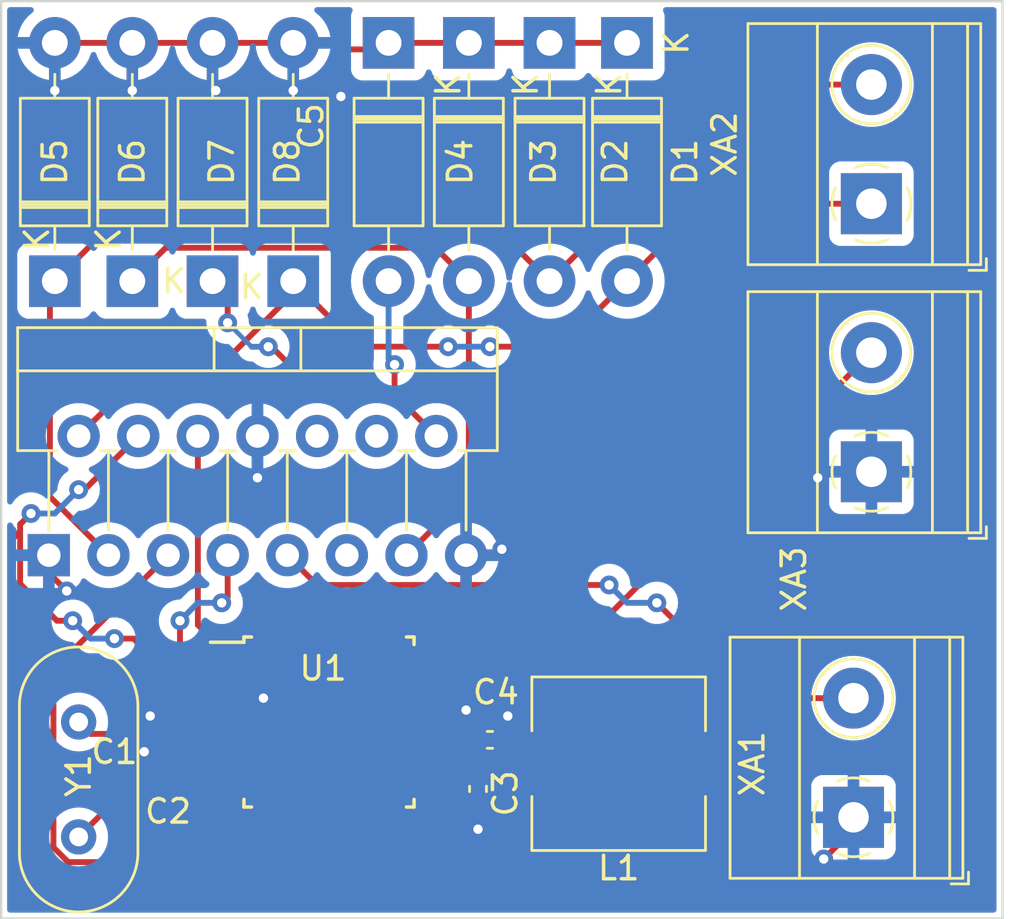
<source format=kicad_pcb>
(kicad_pcb (version 20230410) (generator pcbnew)
  (layers (0 "F.Cu" signal) (31 "B.Cu" signal) (34 "B.Paste" user) (35 "F.Paste" user) (36 "B.SilkS" user "B.Silkscreen") (37 "F.SilkS" user "F.Silkscreen") (38 "B.Mask" user) (39 "F.Mask" user) (44 "Edge.Cuts" user))
  (net 0 "")
  (net 1 "/XTAL1")
  (net 2 "GND")
  (net 3 "/XTAL2")
  (net 4 "Net-(U1-AVCC)")
  (net 5 "Net-(U1-AREF)")
  (net 6 "/+5V")
  (net 7 "/OUT1")
  (net 8 "/OUT2")
  (net 9 "Net-(D3-A)")
  (net 10 "Net-(D4-A)")
  (net 11 "/IN1")
  (net 12 "/IN2")
  (net 13 "/ENA")
  (net 33 "/+12V")
  (net 37 "Net-(U1-PC0)")
  (footprint "Diode_THT:D_DO-41_SOD81_P10.16mm_Horizontal" (layer "F.Cu") (at 145.034 67.056 90)
    (fp_text reference "D5" (at 5.08 0 -90) (layer "F.SilkS"))
    (fp_text value "1N4001")
    (fp_line (start 7.8 -1.47) (end 2.36 -1.47) (stroke (width 0.12)) (layer "F.SilkS"))
    (fp_line (start 3.38 -1.47) (end 3.38 1.47) (stroke (width 0.12)) (layer "F.SilkS"))
    (fp_line (start 3.26 -1.47) (end 3.26 1.47) (stroke (width 0.12)) (layer "F.SilkS"))
    (fp_line (start 3.14 -1.47) (end 3.14 1.47) (stroke (width 0.12)) (layer "F.SilkS"))
    (fp_line (start 2.36 -1.47) (end 2.36 1.47) (stroke (width 0.12)) (layer "F.SilkS"))
    (fp_line (start 8.82 0) (end 7.8 0) (stroke (width 0.12)) (layer "F.SilkS"))
    (fp_line (start 1.34 0) (end 2.36 0) (stroke (width 0.12)) (layer "F.SilkS"))
    (fp_line (start 7.8 1.47) (end 7.8 -1.47) (stroke (width 0.12)) (layer "F.SilkS"))
    (fp_line (start 2.36 1.47) (end 7.8 1.47) (stroke (width 0.12)) (layer "F.SilkS"))
    (fp_text user "K" (at 1.778 -0.762 -90) (layer "F.SilkS"))
    (pad "1" thru_hole rect (at 0 0 90) (size 2.2 2.2) (drill 1.1) (layers "*.Cu" "*.Mask") (net 8 "/OUT2"))
    (pad "2" thru_hole oval (at 10.16 0 90) (size 2.2 2.2) (drill 1.1) (layers "*.Cu" "*.Mask") (net 2 "GND"))
  )
  (footprint "Capacitor_SMD:C_0201_0603Metric_Pad0.64x0.40mm_HandSolder" (layer "F.Cu") (at 157.226 57.5825 90)
    (fp_text reference "C5" (at -2.8695 -1.27 -90) (layer "F.SilkS"))
    (fp_text value "22pF")
    (pad "1" smd roundrect (at -0.4075 0 90) (size 0.635 0.4) (layers "F.Cu" "F.Mask") (net 2 "GND"))
    (pad "2" smd roundrect (at 0.4075 0 90) (size 0.635 0.4) (layers "F.Cu" "F.Mask") (net 6 "/+5V"))
  )
  (footprint "Capacitor_SMD:C_0201_0603Metric_Pad0.64x0.40mm_HandSolder" (layer "F.Cu") (at 150.114 88.0625 90)
    (fp_text reference "C2" (at -1.5995 -0.254) (layer "F.SilkS"))
    (fp_text value "22pF")
    (pad "1" smd roundrect (at -0.4075 0 90) (size 0.635 0.4) (layers "F.Cu" "F.Mask") (net 3 "/XTAL2"))
    (pad "2" smd roundrect (at 0.4075 0 90) (size 0.635 0.4) (layers "F.Cu" "F.Mask") (net 2 "GND"))
  )
  (footprint "Diode_THT:D_DO-41_SOD81_P10.16mm_Horizontal" (layer "F.Cu") (at 166.116 56.896 -90)
    (fp_text reference "D2" (at 5.08 -2.794 90) (layer "F.SilkS"))
    (fp_text value "1N4001")
    (fp_line (start 2.36 1.47) (end 7.8 1.47) (stroke (width 0.12)) (layer "F.SilkS"))
    (fp_line (start 7.8 1.47) (end 7.8 -1.47) (stroke (width 0.12)) (layer "F.SilkS"))
    (fp_line (start 1.34 0) (end 2.36 0) (stroke (width 0.12)) (layer "F.SilkS"))
    (fp_line (start 8.82 0) (end 7.8 0) (stroke (width 0.12)) (layer "F.SilkS"))
    (fp_line (start 2.36 -1.47) (end 2.36 1.47) (stroke (width 0.12)) (layer "F.SilkS"))
    (fp_line (start 3.14 -1.47) (end 3.14 1.47) (stroke (width 0.12)) (layer "F.SilkS"))
    (fp_line (start 3.26 -1.47) (end 3.26 1.47) (stroke (width 0.12)) (layer "F.SilkS"))
    (fp_line (start 3.38 -1.47) (end 3.38 1.47) (stroke (width 0.12)) (layer "F.SilkS"))
    (fp_line (start 7.8 -1.47) (end 2.36 -1.47) (stroke (width 0.12)) (layer "F.SilkS"))
    (fp_text user "K" (at 1.778 -2.54 90) (layer "F.SilkS"))
    (pad "1" thru_hole rect (at 0 0 270) (size 2.2 2.2) (drill 1.1) (layers "*.Cu" "*.Mask") (net 6 "/+5V"))
    (pad "2" thru_hole oval (at 10.16 0 270) (size 2.2 2.2) (drill 1.1) (layers "*.Cu" "*.Mask") (net 8 "/OUT2"))
  )
  (footprint "Diode_THT:D_DO-41_SOD81_P10.16mm_Horizontal" (layer "F.Cu") (at 151.756 67.056 90)
    (fp_text reference "D7" (at 5.08 0.39 -90) (layer "F.SilkS"))
    (fp_text value "1N4001")
    (fp_line (start 7.8 -1.47) (end 2.36 -1.47) (stroke (width 0.12)) (layer "F.SilkS"))
    (fp_line (start 3.38 -1.47) (end 3.38 1.47) (stroke (width 0.12)) (layer "F.SilkS"))
    (fp_line (start 3.26 -1.47) (end 3.26 1.47) (stroke (width 0.12)) (layer "F.SilkS"))
    (fp_line (start 3.14 -1.47) (end 3.14 1.47) (stroke (width 0.12)) (layer "F.SilkS"))
    (fp_line (start 2.36 -1.47) (end 2.36 1.47) (stroke (width 0.12)) (layer "F.SilkS"))
    (fp_line (start 8.82 0) (end 7.8 0) (stroke (width 0.12)) (layer "F.SilkS"))
    (fp_line (start 1.34 0) (end 2.36 0) (stroke (width 0.12)) (layer "F.SilkS"))
    (fp_line (start 7.8 1.47) (end 7.8 -1.47) (stroke (width 0.12)) (layer "F.SilkS"))
    (fp_line (start 2.36 1.47) (end 7.8 1.47) (stroke (width 0.12)) (layer "F.SilkS"))
    (fp_text user "K" (at 0 -1.642) (layer "F.SilkS"))
    (pad "1" thru_hole rect (at 0 0 90) (size 2.2 2.2) (drill 1.1) (layers "*.Cu" "*.Mask") (net 10 "Net-(D4-A)"))
    (pad "2" thru_hole oval (at 10.16 0 90) (size 2.2 2.2) (drill 1.1) (layers "*.Cu" "*.Mask") (net 2 "GND"))
  )
  (footprint "Capacitor_SMD:C_0402_1005Metric_Pad0.74x0.62mm_HandSolder" (layer "F.Cu") (at 163.576 86.614)
    (fp_text reference "C4" (at 0.254 -2.032) (layer "F.SilkS"))
    (fp_text value "100nF")
    (fp_line (start -0.115835 -0.36) (end 0.115835 -0.36) (stroke (width 0.12)) (layer "F.SilkS"))
    (fp_line (start -0.115835 0.36) (end 0.115835 0.36) (stroke (width 0.12)) (layer "F.SilkS"))
    (pad "1" smd roundrect (at -0.5675 0) (size 0.735 0.62) (layers "F.Cu" "F.Paste" "F.Mask") (net 5 "Net-(U1-AREF)"))
    (pad "2" smd roundrect (at 0.5675 0) (size 0.735 0.62) (layers "F.Cu" "F.Paste" "F.Mask") (net 2 "GND"))
  )
  (footprint "Capacitor_SMD:C_0201_0603Metric_Pad0.64x0.40mm_HandSolder" (layer "F.Cu") (at 150.114 86.106 90)
    (fp_text reference "C1" (at -1.016 -2.54) (layer "F.SilkS"))
    (fp_text value "22pF")
    (pad "1" smd roundrect (at -0.4075 0 90) (size 0.635 0.4) (layers "F.Cu" "F.Mask") (net 1 "/XTAL1"))
    (pad "2" smd roundrect (at 0.4075 0 90) (size 0.635 0.4) (layers "F.Cu" "F.Mask") (net 2 "GND"))
  )
  (footprint "Crystal:Crystal_HC18-U_Vertical" (layer "F.Cu") (at 146.05 90.752 90)
    (fp_text reference "Y1" (at 2.614 0 -90) (layer "F.SilkS"))
    (fp_text value "16MHz")
    (fp_line (start -0.675 -2.525) (end 5.575 -2.525) (stroke (width 0.12)) (layer "F.SilkS"))
    (fp_line (start -0.675 2.525) (end 5.575 2.525) (stroke (width 0.12)) (layer "F.SilkS"))
    (fp_arc (start 5.575 -2.525) (mid 8.1 0) (end 5.575 2.525) (stroke (width 0.12)) (layer "F.SilkS"))
    (fp_arc (start -0.675 2.525) (mid -3.2 0) (end -0.675 -2.525) (stroke (width 0.12)) (layer "F.SilkS"))
    (pad "1" thru_hole circle (at 0 0 90) (size 1.5 1.5) (drill 0.8) (layers "*.Cu" "*.Mask") (net 3 "/XTAL2"))
    (pad "2" thru_hole circle (at 4.9 0 90) (size 1.5 1.5) (drill 0.8) (layers "*.Cu" "*.Mask") (net 1 "/XTAL1"))
  )
  (footprint "TerminalBlock_Phoenix:TerminalBlock_Phoenix_MKDS-1,5-2-5.08_1x02_P5.08mm_Horizontal" (layer "F.Cu") (at 179.832 63.754 90)
    (fp_text reference "XA2" (at 2.54 -6.26 -90) (layer "F.SilkS"))
    (fp_text value "1985823")
    (fp_line (start 7.68 -5.261) (end 7.68 4.66) (stroke (width 0.12)) (layer "F.SilkS"))
    (fp_line (start -2.6 -5.261) (end 7.68 -5.261) (stroke (width 0.12)) (layer "F.SilkS"))
    (fp_line (start -2.6 -5.261) (end -2.6 4.66) (stroke (width 0.12)) (layer "F.SilkS"))
    (fp_line (start -2.6 -2.301) (end 7.68 -2.301) (stroke (width 0.12)) (layer "F.SilkS"))
    (fp_line (start 6.15 -1.275) (end 6.115 -1.239) (stroke (width 0.12)) (layer "F.SilkS"))
    (fp_line (start 6.355 -1.069) (end 6.308 -1.023) (stroke (width 0.12)) (layer "F.SilkS"))
    (fp_line (start 3.853 1.023) (end 3.806 1.069) (stroke (width 0.12)) (layer "F.SilkS"))
    (fp_line (start 4.046 1.239) (end 4.011 1.274) (stroke (width 0.12)) (layer "F.SilkS"))
    (fp_line (start -2.6 2.6) (end 7.68 2.6) (stroke (width 0.12)) (layer "F.SilkS"))
    (fp_line (start -2.6 4.1) (end 7.68 4.1) (stroke (width 0.12)) (layer "F.SilkS"))
    (fp_line (start -2.84 4.16) (end -2.84 4.9) (stroke (width 0.12)) (layer "F.SilkS"))
    (fp_line (start -2.6 4.66) (end 7.68 4.66) (stroke (width 0.12)) (layer "F.SilkS"))
    (fp_line (start -2.84 4.9) (end -2.34 4.9) (stroke (width 0.12)) (layer "F.SilkS"))
    (fp_arc (start -0.683042 -1.535427) (mid 0.000524 -1.680501) (end 0.684 -1.535) (stroke (width 0.12)) (layer "F.SilkS"))
    (fp_arc (start 1.535427 -0.683042) (mid 1.680501 0.000524) (end 1.535 0.684) (stroke (width 0.12)) (layer "F.SilkS"))
    (fp_arc (start -1.535427 0.683042) (mid -1.680501 -0.000524) (end -1.535 -0.684) (stroke (width 0.12)) (layer "F.SilkS"))
    (fp_arc (start 0.683318 1.534756) (mid 0.349292 1.643288) (end 0 1.68) (stroke (width 0.12)) (layer "F.SilkS"))
    (fp_arc (start 0.028805 1.680253) (mid -0.335551 1.646659) (end -0.684 1.535) (stroke (width 0.12)) (layer "F.SilkS"))
    (fp_circle (center 5.08 0) (end 6.76 0) (stroke (width 0.12)) (fill none) (layer "F.SilkS"))
    (pad "1" thru_hole rect (at 0 0 90) (size 2.6 2.6) (drill 1.3) (layers "*.Cu" "*.Mask") (net 7 "/OUT1"))
    (pad "2" thru_hole circle (at 5.08 0 90) (size 2.6 2.6) (drill 1.3) (layers "*.Cu" "*.Mask") (net 8 "/OUT2"))
  )
  (footprint "Diode_THT:D_DO-41_SOD81_P10.16mm_Horizontal" (layer "F.Cu") (at 169.418 56.896 -90)
    (fp_text reference "D1" (at 5.08 -2.47 90) (layer "F.SilkS"))
    (fp_text value "1N4001")
    (fp_line (start 2.36 1.47) (end 7.8 1.47) (stroke (width 0.12)) (layer "F.SilkS"))
    (fp_line (start 7.8 1.47) (end 7.8 -1.47) (stroke (width 0.12)) (layer "F.SilkS"))
    (fp_line (start 1.34 0) (end 2.36 0) (stroke (width 0.12)) (layer "F.SilkS"))
    (fp_line (start 8.82 0) (end 7.8 0) (stroke (width 0.12)) (layer "F.SilkS"))
    (fp_line (start 2.36 -1.47) (end 2.36 1.47) (stroke (width 0.12)) (layer "F.SilkS"))
    (fp_line (start 3.14 -1.47) (end 3.14 1.47) (stroke (width 0.12)) (layer "F.SilkS"))
    (fp_line (start 3.26 -1.47) (end 3.26 1.47) (stroke (width 0.12)) (layer "F.SilkS"))
    (fp_line (start 3.38 -1.47) (end 3.38 1.47) (stroke (width 0.12)) (layer "F.SilkS"))
    (fp_line (start 7.8 -1.47) (end 2.36 -1.47) (stroke (width 0.12)) (layer "F.SilkS"))
    (fp_text user "K" (at 0 -2.1 90) (layer "F.SilkS"))
    (pad "1" thru_hole rect (at 0 0 270) (size 2.2 2.2) (drill 1.1) (layers "*.Cu" "*.Mask") (net 6 "/+5V"))
    (pad "2" thru_hole oval (at 10.16 0 270) (size 2.2 2.2) (drill 1.1) (layers "*.Cu" "*.Mask") (net 7 "/OUT1"))
  )
  (footprint "Diode_THT:D_DO-41_SOD81_P10.16mm_Horizontal" (layer "F.Cu") (at 148.336 67.056 90)
    (fp_text reference "D6" (at 5.08 0 -90) (layer "F.SilkS"))
    (fp_text value "1N4001")
    (fp_line (start 7.8 -1.47) (end 2.36 -1.47) (stroke (width 0.12)) (layer "F.SilkS"))
    (fp_line (start 3.38 -1.47) (end 3.38 1.47) (stroke (width 0.12)) (layer "F.SilkS"))
    (fp_line (start 3.26 -1.47) (end 3.26 1.47) (stroke (width 0.12)) (layer "F.SilkS"))
    (fp_line (start 3.14 -1.47) (end 3.14 1.47) (stroke (width 0.12)) (layer "F.SilkS"))
    (fp_line (start 2.36 -1.47) (end 2.36 1.47) (stroke (width 0.12)) (layer "F.SilkS"))
    (fp_line (start 8.82 0) (end 7.8 0) (stroke (width 0.12)) (layer "F.SilkS"))
    (fp_line (start 1.34 0) (end 2.36 0) (stroke (width 0.12)) (layer "F.SilkS"))
    (fp_line (start 7.8 1.47) (end 7.8 -1.47) (stroke (width 0.12)) (layer "F.SilkS"))
    (fp_line (start 2.36 1.47) (end 7.8 1.47) (stroke (width 0.12)) (layer "F.SilkS"))
    (fp_text user "K" (at 1.778 -1.016 -90) (layer "F.SilkS"))
    (pad "1" thru_hole rect (at 0 0 90) (size 2.2 2.2) (drill 1.1) (layers "*.Cu" "*.Mask") (net 9 "Net-(D3-A)"))
    (pad "2" thru_hole oval (at 10.16 0 90) (size 2.2 2.2) (drill 1.1) (layers "*.Cu" "*.Mask") (net 2 "GND"))
  )
  (footprint "Inductor_SMD:L_7.3x7.3_H4.5" (layer "F.Cu") (at 169.062 87.63 180)
    (fp_text reference "L1" (at 0 -4.45 -180) (layer "F.SilkS"))
    (fp_text value "100nH")
    (fp_line (start 3.7 3.7) (end -3.7 3.7) (stroke (width 0.12)) (layer "F.SilkS"))
    (fp_line (start 3.7 1.4) (end 3.7 3.7) (stroke (width 0.12)) (layer "F.SilkS"))
    (fp_line (start 3.7 -3.7) (end 3.7 -1.4) (stroke (width 0.12)) (layer "F.SilkS"))
    (fp_line (start -3.7 3.7) (end -3.7 1.4) (stroke (width 0.12)) (layer "F.SilkS"))
    (fp_line (start -3.7 -1.4) (end -3.7 -3.7) (stroke (width 0.12)) (layer "F.SilkS"))
    (fp_line (start -3.7 -3.7) (end 3.7 -3.7) (stroke (width 0.12)) (layer "F.SilkS"))
    (pad "1" smd rect (at -3.2 0 180) (size 1.5 2.2) (layers "F.Cu" "F.Paste" "F.Mask") (net 6 "/+5V"))
    (pad "2" smd rect (at 3.2 0 180) (size 1.5 2.2) (layers "F.Cu" "F.Paste" "F.Mask") (net 4 "Net-(U1-AVCC)"))
  )
  (footprint "Package_QFP:TQFP-32_7x7mm_P0.8mm" (layer "F.Cu") (at 156.718 85.852)
    (fp_text reference "U1" (at -0.254 -2.286) (layer "F.SilkS"))
    (fp_text value "ATmega328P-A")
    (fp_line (start -3.625 -3.625) (end -3.625 -3.4) (stroke (width 0.15)) (layer "F.SilkS"))
    (fp_line (start -3.625 -3.625) (end -3.3 -3.625) (stroke (width 0.15)) (layer "F.SilkS"))
    (fp_line (start -3.625 -3.4) (end -5.05 -3.4) (stroke (width 0.15)) (layer "F.SilkS"))
    (fp_line (start -3.625 3.625) (end -3.625 3.3) (stroke (width 0.15)) (layer "F.SilkS"))
    (fp_line (start -3.625 3.625) (end -3.3 3.625) (stroke (width 0.15)) (layer "F.SilkS"))
    (fp_line (start 3.625 -3.625) (end 3.3 -3.625) (stroke (width 0.15)) (layer "F.SilkS"))
    (fp_line (start 3.625 -3.625) (end 3.625 -3.3) (stroke (width 0.15)) (layer "F.SilkS"))
    (fp_line (start 3.625 3.625) (end 3.3 3.625) (stroke (width 0.15)) (layer "F.SilkS"))
    (fp_line (start 3.625 3.625) (end 3.625 3.3) (stroke (width 0.15)) (layer "F.SilkS"))
    (pad "1" smd rect (at -4.25 -2.8) (size 1.6 0.55) (layers "F.Cu" "F.Paste" "F.Mask") (net 13 "/ENA"))
    (pad "2" smd rect (at -4.25 -2) (size 1.6 0.55) (layers "F.Cu" "F.Paste" "F.Mask") (net 12 "/IN2"))
    (pad "3" smd rect (at -4.25 -1.2) (size 1.6 0.55) (layers "F.Cu" "F.Paste" "F.Mask") (net 2 "GND"))
    (pad "4" smd rect (at -4.25 -0.4) (size 1.6 0.55) (layers "F.Cu" "F.Paste" "F.Mask") (net 6 "/+5V"))
    (pad "5" smd rect (at -4.25 0.4) (size 1.6 0.55) (layers "F.Cu" "F.Paste" "F.Mask") (net 2 "GND"))
    (pad "6" smd rect (at -4.25 1.2) (size 1.6 0.55) (layers "F.Cu" "F.Paste" "F.Mask") (net 6 "/+5V"))
    (pad "7" smd rect (at -4.25 2) (size 1.6 0.55) (layers "F.Cu" "F.Paste" "F.Mask") (net 1 "/XTAL1"))
    (pad "8" smd rect (at -4.25 2.8) (size 1.6 0.55) (layers "F.Cu" "F.Paste" "F.Mask") (net 3 "/XTAL2"))
    (pad "9" smd rect (at -2.8 4.25 90) (size 1.6 0.55) (layers "F.Cu" "F.Paste" "F.Mask") (net 11 "/IN1"))
    (pad "10" smd rect (at -2 4.25 90) (size 1.6 0.55) (layers "F.Cu" "F.Paste" "F.Mask"))
    (pad "11" smd rect (at -1.2 4.25 90) (size 1.6 0.55) (layers "F.Cu" "F.Paste" "F.Mask"))
    (pad "12" smd rect (at -0.4 4.25 90) (size 1.6 0.55) (layers "F.Cu" "F.Paste" "F.Mask"))
    (pad "13" smd rect (at 0.4 4.25 90) (size 1.6 0.55) (layers "F.Cu" "F.Paste" "F.Mask"))
    (pad "14" smd rect (at 1.2 4.25 90) (size 1.6 0.55) (layers "F.Cu" "F.Paste" "F.Mask"))
    (pad "15" smd rect (at 2 4.25 90) (size 1.6 0.55) (layers "F.Cu" "F.Paste" "F.Mask"))
    (pad "16" smd rect (at 2.8 4.25 90) (size 1.6 0.55) (layers "F.Cu" "F.Paste" "F.Mask"))
    (pad "17" smd rect (at 4.25 2.8) (size 1.6 0.55) (layers "F.Cu" "F.Paste" "F.Mask"))
    (pad "18" smd rect (at 4.25 2) (size 1.6 0.55) (layers "F.Cu" "F.Paste" "F.Mask") (net 4 "Net-(U1-AVCC)"))
    (pad "19" smd rect (at 4.25 1.2) (size 1.6 0.55) (layers "F.Cu" "F.Paste" "F.Mask"))
    (pad "20" smd rect (at 4.25 0.4) (size 1.6 0.55) (layers "F.Cu" "F.Paste" "F.Mask") (net 5 "Net-(U1-AREF)"))
    (pad "21" smd rect (at 4.25 -0.4) (size 1.6 0.55) (layers "F.Cu" "F.Paste" "F.Mask") (net 2 "GND"))
    (pad "22" smd rect (at 4.25 -1.2) (size 1.6 0.55) (layers "F.Cu" "F.Paste" "F.Mask"))
    (pad "23" smd rect (at 4.25 -2) (size 1.6 0.55) (layers "F.Cu" "F.Paste" "F.Mask") (net 37 "Net-(U1-PC0)"))
    (pad "24" smd rect (at 4.25 -2.8) (size 1.6 0.55) (layers "F.Cu" "F.Paste" "F.Mask"))
    (pad "25" smd rect (at 2.8 -4.25 90) (size 1.6 0.55) (layers "F.Cu" "F.Paste" "F.Mask"))
    (pad "26" smd rect (at 2 -4.25 90) (size 1.6 0.55) (layers "F.Cu" "F.Paste" "F.Mask"))
    (pad "27" smd rect (at 1.2 -4.25 90) (size 1.6 0.55) (layers "F.Cu" "F.Paste" "F.Mask"))
    (pad "28" smd rect (at 0.4 -4.25 90) (size 1.6 0.55) (layers "F.Cu" "F.Paste" "F.Mask"))
    (pad "29" smd rect (at -0.4 -4.25 90) (size 1.6 0.55) (layers "F.Cu" "F.Paste" "F.Mask"))
    (pad "30" smd rect (at -1.2 -4.25 90) (size 1.6 0.55) (layers "F.Cu" "F.Paste" "F.Mask"))
    (pad "31" smd rect (at -2 -4.25 90) (size 1.6 0.55) (layers "F.Cu" "F.Paste" "F.Mask"))
    (pad "32" smd rect (at -2.8 -4.25 90) (size 1.6 0.55) (layers "F.Cu" "F.Paste" "F.Mask"))
  )
  (footprint "Package_TO_SOT_THT:TO-220-15_P2.54x2.54mm_StaggerOdd_Lead4.58mm_Vertical" (layer "F.Cu") (at 144.78 78.74)
    (fp_text reference "U2" hide)
    (fp_text value "L298N" hide)
    (fp_line (start -1.33 -9.7) (end -1.33 -4.459) (stroke (width 0.12)) (layer "F.SilkS"))
    (fp_line (start -1.33 -9.7) (end 19.11 -9.7) (stroke (width 0.12)) (layer "F.SilkS"))
    (fp_line (start -1.33 -7.86) (end 19.11 -7.86) (stroke (width 0.12)) (layer "F.SilkS"))
    (fp_line (start -1.33 -4.459) (end 0.346 -4.459) (stroke (width 0.12)) (layer "F.SilkS"))
    (fp_line (start 0 -4.459) (end 0 -1.05) (stroke (width 0.12)) (layer "F.SilkS"))
    (fp_line (start 2.195 -4.459) (end 2.886 -4.459) (stroke (width 0.12)) (layer "F.SilkS"))
    (fp_line (start 2.54 -4.459) (end 2.54 -1.065) (stroke (width 0.12)) (layer "F.SilkS"))
    (fp_line (start 4.735 -4.459) (end 5.426 -4.459) (stroke (width 0.12)) (layer "F.SilkS"))
    (fp_line (start 5.08 -4.459) (end 5.08 -1.065) (stroke (width 0.12)) (layer "F.SilkS"))
    (fp_line (start 7.041 -9.7) (end 7.041 -7.86) (stroke (width 0.12)) (layer "F.SilkS"))
    (fp_line (start 7.275 -4.459) (end 7.966 -4.459) (stroke (width 0.12)) (layer "F.SilkS"))
    (fp_line (start 7.62 -4.459) (end 7.62 -1.065) (stroke (width 0.12)) (layer "F.SilkS"))
    (fp_line (start 9.815 -4.459) (end 10.506 -4.459) (stroke (width 0.12)) (layer "F.SilkS"))
    (fp_line (start 10.16 -4.459) (end 10.16 -1.065) (stroke (width 0.12)) (layer "F.SilkS"))
    (fp_line (start 10.74 -9.7) (end 10.74 -7.86) (stroke (width 0.12)) (layer "F.SilkS"))
    (fp_line (start 12.355 -4.459) (end 13.046 -4.459) (stroke (width 0.12)) (layer "F.SilkS"))
    (fp_line (start 12.7 -4.459) (end 12.7 -1.065) (stroke (width 0.12)) (layer "F.SilkS"))
    (fp_line (start 14.895 -4.459) (end 15.586 -4.459) (stroke (width 0.12)) (layer "F.SilkS"))
    (fp_line (start 15.24 -4.459) (end 15.24 -1.065) (stroke (width 0.12)) (layer "F.SilkS"))
    (fp_line (start 17.435 -4.459) (end 19.11 -4.459) (stroke (width 0.12)) (layer "F.SilkS"))
    (fp_line (start 17.78 -4.459) (end 17.78 -1.065) (stroke (width 0.12)) (layer "F.SilkS"))
    (fp_line (start 19.11 -9.7) (end 19.11 -4.459) (stroke (width 0.12)) (layer "F.SilkS"))
    (pad "1" thru_hole rect (at 0 0) (size 1.8 1.8) (drill 1) (layers "*.Cu" "*.Mask") (net 2 "GND"))
    (pad "2" thru_hole oval (at 1.27 -5.08) (size 1.8 1.8) (drill 1) (layers "*.Cu" "*.Mask") (net 7 "/OUT1"))
    (pad "3" thru_hole oval (at 2.54 0) (size 1.8 1.8) (drill 1) (layers "*.Cu" "*.Mask") (net 8 "/OUT2"))
    (pad "4" thru_hole oval (at 3.81 -5.08) (size 1.8 1.8) (drill 1) (layers "*.Cu" "*.Mask") (net 6 "/+5V"))
    (pad "5" thru_hole oval (at 5.08 0) (size 1.8 1.8) (drill 1) (layers "*.Cu" "*.Mask") (net 11 "/IN1"))
    (pad "6" thru_hole oval (at 6.35 -5.08) (size 1.8 1.8) (drill 1) (layers "*.Cu" "*.Mask") (net 13 "/ENA"))
    (pad "7" thru_hole oval (at 7.62 0) (size 1.8 1.8) (drill 1) (layers "*.Cu" "*.Mask") (net 12 "/IN2"))
    (pad "8" thru_hole oval (at 8.89 -5.08) (size 1.8 1.8) (drill 1) (layers "*.Cu" "*.Mask") (net 2 "GND"))
    (pad "9" thru_hole oval (at 10.16 0) (size 1.8 1.8) (drill 1) (layers "*.Cu" "*.Mask") (net 33 "/+12V"))
    (pad "10" thru_hole oval (at 11.43 -5.08) (size 1.8 1.8) (drill 1) (layers "*.Cu" "*.Mask"))
    (pad "11" thru_hole oval (at 12.7 0) (size 1.8 1.8) (drill 1) (layers "*.Cu" "*.Mask"))
    (pad "12" thru_hole oval (at 13.97 -5.08) (size 1.8 1.8) (drill 1) (layers "*.Cu" "*.Mask"))
    (pad "13" thru_hole oval (at 15.24 0) (size 1.8 1.8) (drill 1) (layers "*.Cu" "*.Mask") (net 9 "Net-(D3-A)"))
    (pad "14" thru_hole oval (at 16.51 -5.08) (size 1.8 1.8) (drill 1) (layers "*.Cu" "*.Mask") (net 10 "Net-(D4-A)"))
    (pad "15" thru_hole oval (at 17.78 0) (size 1.8 1.8) (drill 1) (layers "*.Cu" "*.Mask") (net 2 "GND"))
  )
  (footprint "Capacitor_SMD:C_0402_1005Metric_Pad0.74x0.62mm_HandSolder" (layer "F.Cu") (at 163.068 88.7055 -90)
    (fp_text reference "C3" (at 0.1945 -1.16 90) (layer "F.SilkS"))
    (fp_text value "100nF")
    (fp_line (start -0.115835 0.36) (end 0.115835 0.36) (stroke (width 0.12)) (layer "F.SilkS"))
    (fp_line (start -0.115835 -0.36) (end 0.115835 -0.36) (stroke (width 0.12)) (layer "F.SilkS"))
    (pad "1" smd roundrect (at -0.5675 0 270) (size 0.735 0.62) (layers "F.Cu" "F.Paste" "F.Mask") (net 4 "Net-(U1-AVCC)"))
    (pad "2" smd roundrect (at 0.5675 0 270) (size 0.735 0.62) (layers "F.Cu" "F.Paste" "F.Mask") (net 2 "GND"))
  )
  (footprint "TerminalBlock_Phoenix:TerminalBlock_Phoenix_MKDS-1,5-2-5.08_1x02_P5.08mm_Horizontal" (layer "F.Cu") (at 179.832 75.184 90)
    (fp_text reference "XA3" (at -4.572 -3.302 -90) (layer "F.SilkS"))
    (fp_text value "1985823")
    (fp_line (start 7.68 -5.261) (end 7.68 4.66) (stroke (width 0.12)) (layer "F.SilkS"))
    (fp_line (start -2.6 -5.261) (end 7.68 -5.261) (stroke (width 0.12)) (layer "F.SilkS"))
    (fp_line (start -2.6 -5.261) (end -2.6 4.66) (stroke (width 0.12)) (layer "F.SilkS"))
    (fp_line (start -2.6 -2.301) (end 7.68 -2.301) (stroke (width 0.12)) (layer "F.SilkS"))
    (fp_line (start 6.15 -1.275) (end 6.115 -1.239) (stroke (width 0.12)) (layer "F.SilkS"))
    (fp_line (start 6.355 -1.069) (end 6.308 -1.023) (stroke (width 0.12)) (layer "F.SilkS"))
    (fp_line (start 3.853 1.023) (end 3.806 1.069) (stroke (width 0.12)) (layer "F.SilkS"))
    (fp_line (start 4.046 1.239) (end 4.011 1.274) (stroke (width 0.12)) (layer "F.SilkS"))
    (fp_line (start -2.6 2.6) (end 7.68 2.6) (stroke (width 0.12)) (layer "F.SilkS"))
    (fp_line (start -2.6 4.1) (end 7.68 4.1) (stroke (width 0.12)) (layer "F.SilkS"))
    (fp_line (start -2.84 4.16) (end -2.84 4.9) (stroke (width 0.12)) (layer "F.SilkS"))
    (fp_line (start -2.6 4.66) (end 7.68 4.66) (stroke (width 0.12)) (layer "F.SilkS"))
    (fp_line (start -2.84 4.9) (end -2.34 4.9) (stroke (width 0.12)) (layer "F.SilkS"))
    (fp_arc (start -0.683042 -1.535427) (mid 0.000524 -1.680501) (end 0.684 -1.535) (stroke (width 0.12)) (layer "F.SilkS"))
    (fp_arc (start 1.535427 -0.683042) (mid 1.680501 0.000524) (end 1.535 0.684) (stroke (width 0.12)) (layer "F.SilkS"))
    (fp_arc (start -1.535427 0.683042) (mid -1.680501 -0.000524) (end -1.535 -0.684) (stroke (width 0.12)) (layer "F.SilkS"))
    (fp_arc (start 0.683318 1.534756) (mid 0.349292 1.643288) (end 0 1.68) (stroke (width 0.12)) (layer "F.SilkS"))
    (fp_arc (start 0.028805 1.680253) (mid -0.335551 1.646659) (end -0.684 1.535) (stroke (width 0.12)) (layer "F.SilkS"))
    (fp_circle (center 5.08 0) (end 6.76 0) (stroke (width 0.12)) (fill none) (layer "F.SilkS"))
    (pad "1" thru_hole rect (at 0 0 90) (size 2.6 2.6) (drill 1.3) (layers "*.Cu" "*.Mask") (net 2 "GND"))
    (pad "2" thru_hole circle (at 5.08 0 90) (size 2.6 2.6) (drill 1.3) (layers "*.Cu" "*.Mask") (net 37 "Net-(U1-PC0)"))
  )
  (footprint "Diode_THT:D_DO-41_SOD81_P10.16mm_Horizontal" (layer "F.Cu") (at 162.678 56.896 -90)
    (fp_text reference "D3" (at 5.08 -3.184 90) (layer "F.SilkS"))
    (fp_text value "1N4001")
    (fp_line (start 2.36 1.47) (end 7.8 1.47) (stroke (width 0.12)) (layer "F.SilkS"))
    (fp_line (start 7.8 1.47) (end 7.8 -1.47) (stroke (width 0.12)) (layer "F.SilkS"))
    (fp_line (start 1.34 0) (end 2.36 0) (stroke (width 0.12)) (layer "F.SilkS"))
    (fp_line (start 8.82 0) (end 7.8 0) (stroke (width 0.12)) (layer "F.SilkS"))
    (fp_line (start 2.36 -1.47) (end 2.36 1.47) (stroke (width 0.12)) (layer "F.SilkS"))
    (fp_line (start 3.14 -1.47) (end 3.14 1.47) (stroke (width 0.12)) (layer "F.SilkS"))
    (fp_line (start 3.26 -1.47) (end 3.26 1.47) (stroke (width 0.12)) (layer "F.SilkS"))
    (fp_line (start 3.38 -1.47) (end 3.38 1.47) (stroke (width 0.12)) (layer "F.SilkS"))
    (fp_line (start 7.8 -1.47) (end 2.36 -1.47) (stroke (width 0.12)) (layer "F.SilkS"))
    (fp_text user "K" (at 1.778 -2.422 90) (layer "F.SilkS"))
    (pad "1" thru_hole rect (at 0 0 270) (size 2.2 2.2) (drill 1.1) (layers "*.Cu" "*.Mask") (net 6 "/+5V"))
    (pad "2" thru_hole oval (at 10.16 0 270) (size 2.2 2.2) (drill 1.1) (layers "*.Cu" "*.Mask") (net 9 "Net-(D3-A)"))
  )
  (footprint "Diode_THT:D_DO-41_SOD81_P10.16mm_Horizontal" (layer "F.Cu") (at 159.258 56.896 -90)
    (fp_text reference "D4" (at 5.08 -3.048 90) (layer "F.SilkS"))
    (fp_text value "1N4001")
    (fp_line (start 2.36 1.47) (end 7.8 1.47) (stroke (width 0.12)) (layer "F.SilkS"))
    (fp_line (start 7.8 1.47) (end 7.8 -1.47) (stroke (width 0.12)) (layer "F.SilkS"))
    (fp_line (start 1.34 0) (end 2.36 0) (stroke (width 0.12)) (layer "F.SilkS"))
    (fp_line (start 8.82 0) (end 7.8 0) (stroke (width 0.12)) (layer "F.SilkS"))
    (fp_line (start 2.36 -1.47) (end 2.36 1.47) (stroke (width 0.12)) (layer "F.SilkS"))
    (fp_line (start 3.14 -1.47) (end 3.14 1.47) (stroke (width 0.12)) (layer "F.SilkS"))
    (fp_line (start 3.26 -1.47) (end 3.26 1.47) (stroke (width 0.12)) (layer "F.SilkS"))
    (fp_line (start 3.38 -1.47) (end 3.38 1.47) (stroke (width 0.12)) (layer "F.SilkS"))
    (fp_line (start 7.8 -1.47) (end 2.36 -1.47) (stroke (width 0.12)) (layer "F.SilkS"))
    (fp_text user "K" (at 1.778 -2.54 90) (layer "F.SilkS"))
    (pad "1" thru_hole rect (at 0 0 270) (size 2.2 2.2) (drill 1.1) (layers "*.Cu" "*.Mask") (net 6 "/+5V"))
    (pad "2" thru_hole oval (at 10.16 0 270) (size 2.2 2.2) (drill 1.1) (layers "*.Cu" "*.Mask") (net 10 "Net-(D4-A)"))
  )
  (footprint "Diode_THT:D_DO-41_SOD81_P10.16mm_Horizontal" (layer "F.Cu") (at 155.194 67.056 90)
    (fp_text reference "D8" (at 5.08 -0.254 -90) (layer "F.SilkS"))
    (fp_text value "1N4001")
    (fp_line (start 7.8 -1.47) (end 2.36 -1.47) (stroke (width 0.12)) (layer "F.SilkS"))
    (fp_line (start 3.38 -1.47) (end 3.38 1.47) (stroke (width 0.12)) (layer "F.SilkS"))
    (fp_line (start 3.26 -1.47) (end 3.26 1.47) (stroke (width 0.12)) (layer "F.SilkS"))
    (fp_line (start 3.14 -1.47) (end 3.14 1.47) (stroke (width 0.12)) (layer "F.SilkS"))
    (fp_line (start 2.36 -1.47) (end 2.36 1.47) (stroke (width 0.12)) (layer "F.SilkS"))
    (fp_line (start 8.82 0) (end 7.8 0) (stroke (width 0.12)) (layer "F.SilkS"))
    (fp_line (start 1.34 0) (end 2.36 0) (stroke (width 0.12)) (layer "F.SilkS"))
    (fp_line (start 7.8 1.47) (end 7.8 -1.47) (stroke (width 0.12)) (layer "F.SilkS"))
    (fp_line (start 2.36 1.47) (end 7.8 1.47) (stroke (width 0.12)) (layer "F.SilkS"))
    (fp_text user "K" (at -0.254 -1.778) (layer "F.SilkS"))
    (pad "1" thru_hole rect (at 0 0 90) (size 2.2 2.2) (drill 1.1) (layers "*.Cu" "*.Mask") (net 7 "/OUT1"))
    (pad "2" thru_hole oval (at 10.16 0 90) (size 2.2 2.2) (drill 1.1) (layers "*.Cu" "*.Mask") (net 2 "GND"))
  )
  (footprint "TerminalBlock_Phoenix:TerminalBlock_Phoenix_MKDS-1,5-2-5.08_1x02_P5.08mm_Horizontal" (layer "F.Cu") (at 179.07 89.916 90)
    (fp_text reference "XA1" (at 2.286 -4.318 -90) (layer "F.SilkS"))
    (fp_text value "1985823")
    (fp_line (start 7.68 -5.261) (end 7.68 4.66) (stroke (width 0.12)) (layer "F.SilkS"))
    (fp_line (start -2.6 -5.261) (end 7.68 -5.261) (stroke (width 0.12)) (layer "F.SilkS"))
    (fp_line (start -2.6 -5.261) (end -2.6 4.66) (stroke (width 0.12)) (layer "F.SilkS"))
    (fp_line (start -2.6 -2.301) (end 7.68 -2.301) (stroke (width 0.12)) (layer "F.SilkS"))
    (fp_line (start 6.15 -1.275) (end 6.115 -1.239) (stroke (width 0.12)) (layer "F.SilkS"))
    (fp_line (start 6.355 -1.069) (end 6.308 -1.023) (stroke (width 0.12)) (layer "F.SilkS"))
    (fp_line (start 3.853 1.023) (end 3.806 1.069) (stroke (width 0.12)) (layer "F.SilkS"))
    (fp_line (start 4.046 1.239) (end 4.011 1.274) (stroke (width 0.12)) (layer "F.SilkS"))
    (fp_line (start -2.6 2.6) (end 7.68 2.6) (stroke (width 0.12)) (layer "F.SilkS"))
    (fp_line (start -2.6 4.1) (end 7.68 4.1) (stroke (width 0.12)) (layer "F.SilkS"))
    (fp_line (start -2.84 4.16) (end -2.84 4.9) (stroke (width 0.12)) (layer "F.SilkS"))
    (fp_line (start -2.6 4.66) (end 7.68 4.66) (stroke (width 0.12)) (layer "F.SilkS"))
    (fp_line (start -2.84 4.9) (end -2.34 4.9) (stroke (width 0.12)) (layer "F.SilkS"))
    (fp_arc (start -0.683042 -1.535427) (mid 0.000524 -1.680501) (end 0.684 -1.535) (stroke (width 0.12)) (layer "F.SilkS"))
    (fp_arc (start 1.535427 -0.683042) (mid 1.680501 0.000524) (end 1.535 0.684) (stroke (width 0.12)) (layer "F.SilkS"))
    (fp_arc (start -1.535427 0.683042) (mid -1.680501 -0.000524) (end -1.535 -0.684) (stroke (width 0.12)) (layer "F.SilkS"))
    (fp_arc (start 0.683318 1.534756) (mid 0.349292 1.643288) (end 0 1.68) (stroke (width 0.12)) (layer "F.SilkS"))
    (fp_arc (start 0.028805 1.680253) (mid -0.335551 1.646659) (end -0.684 1.535) (stroke (width 0.12)) (layer "F.SilkS"))
    (fp_circle (center 5.08 0) (end 6.76 0) (stroke (width 0.12)) (fill none) (layer "F.SilkS"))
    (pad "1" thru_hole rect (at 0 0 90) (size 2.6 2.6) (drill 1.3) (layers "*.Cu" "*.Mask") (net 2 "GND"))
    (pad "2" thru_hole circle (at 5.08 0 90) (size 2.6 2.6) (drill 1.3) (layers "*.Cu" "*.Mask") (net 33 "/+12V"))
  )
  (gr_rect (start 142.748 55.118) (end 185.42 94.234) (stroke (width 0.1)) (fill none) (layer "Edge.Cuts"))
  (segment (start 149.9605 86.36) (end 146.558 86.36) (width 0.25) (layer "F.Cu") (net 1))
  (segment (start 152.468 87.852) (end 151.418 87.852) (width 0.25) (layer "F.Cu") (net 1))
  (segment (start 146.558 86.36) (end 146.05 85.852) (width 0.25) (layer "F.Cu") (net 1))
  (segment (start 150.114 86.548) (end 150.114 86.5135) (width 0.25) (layer "F.Cu") (net 1))
  (segment (start 151.418 87.852) (end 150.114 86.548) (width 0.25) (layer "F.Cu") (net 1))
  (segment (start 150.114 86.5135) (end 149.9605 86.36) (width 0.25) (layer "F.Cu") (net 1))
  (segment (start 155.194 56.896) (end 155.194 58.928) (width 0.25) (layer "F.Cu") (net 2))
  (segment (start 153.67 73.66) (end 153.67 75.438) (width 0.25) (layer "F.Cu") (net 2))
  (segment (start 148.336 56.896) (end 148.336 58.928) (width 0.25) (layer "F.Cu") (net 2))
  (segment (start 179.832 75.184) (end 177.8 75.184) (width 0.25) (layer "F.Cu") (net 2))
  (segment (start 151.756 58.792) (end 151.892 58.928) (width 0.25) (layer "F.Cu") (net 2))
  (segment (start 153.74 84.652) (end 152.468 84.652) (width 0.25) (layer "F.Cu") (net 2))
  (segment (start 164.1435 85.7925) (end 164.1435 86.614) (width 0.25) (layer "F.Cu") (net 2))
  (segment (start 145.034 56.896) (end 148.336 56.896) (width 0.25) (layer "F.Cu") (net 2))
  (segment (start 150.0135 85.598) (end 150.114 85.6985) (width 0.25) (layer "F.Cu") (net 2))
  (segment (start 150.7225 85.6985) (end 150.114 85.6985) (width 0.25) (layer "F.Cu") (net 2))
  (segment (start 153.924 84.836) (end 153.74 84.652) (width 0.25) (layer "F.Cu") (net 2))
  (segment (start 144.78 79.502) (end 145.542 80.264) (width 0.25) (layer "F.Cu") (net 2))
  (segment (start 151.756 56.896) (end 155.194 56.896) (width 0.25) (layer "F.Cu") (net 2))
  (segment (start 177.8 75.184) (end 177.546 75.438) (width 0.25) (layer "F.Cu") (net 2))
  (segment (start 148.844 87.122) (end 149.377 87.655) (width 0.25) (layer "F.Cu") (net 2))
  (segment (start 152.468 86.252) (end 151.276 86.252) (width 0.25) (layer "F.Cu") (net 2))
  (segment (start 144.78 78.74) (end 144.78 79.502) (width 0.25) (layer "F.Cu") (net 2))
  (segment (start 149.098 85.598) (end 150.0135 85.598) (width 0.25) (layer "F.Cu") (net 2))
  (segment (start 162.56 78.74) (end 163.83 78.74) (width 0.25) (layer "F.Cu") (net 2))
  (segment (start 162.56 85.344) (end 162.452 85.452) (width 0.25) (layer "F.Cu") (net 2))
  (segment (start 157.226 57.99) (end 157.226 59.182) (width 0.25) (layer "F.Cu") (net 2))
  (segment (start 163.83 78.74) (end 164.084 78.486) (width 0.25) (layer "F.Cu") (net 2))
  (segment (start 151.756 56.896) (end 151.756 58.792) (width 0.25) (layer "F.Cu") (net 2))
  (segment (start 149.377 87.655) (end 150.114 87.655) (width 0.25) (layer "F.Cu") (net 2))
  (segment (start 151.276 86.252) (end 150.7225 85.6985) (width 0.25) (layer "F.Cu") (net 2))
  (segment (start 145.034 56.896) (end 145.034 58.928) (width 0.25) (layer "F.Cu") (net 2))
  (segment (start 179.07 89.916) (end 179.07 90.424) (width 0.25) (layer "F.Cu") (net 2))
  (segment (start 148.336 56.896) (end 151.756 56.896) (width 0.25) (layer "F.Cu") (net 2))
  (segment (start 179.07 90.424) (end 177.8 91.694) (width 0.25) (layer "F.Cu") (net 2))
  (segment (start 164.338 85.598) (end 164.1435 85.7925) (width 0.25) (layer "F.Cu") (net 2))
  (segment (start 163.068 89.273) (end 163.068 90.424) (width 0.25) (layer "F.Cu") (net 2))
  (segment (start 162.452 85.452) (end 160.968 85.452) (width 0.25) (layer "F.Cu") (net 2))
  (via (at 148.844 87.122) (size 0.8) (drill 0.4) (layers "F.Cu" "B.Cu") (net 2))
  (via (at 162.56 85.344) (size 0.8) (drill 0.4) (layers "F.Cu" "B.Cu") (net 2))
  (via (at 149.098 85.598) (size 0.8) (drill 0.4) (layers "F.Cu" "B.Cu") (net 2))
  (via (at 163.068 90.424) (size 0.8) (drill 0.4) (layers "F.Cu" "B.Cu") (net 2))
  (via (at 177.8 91.694) (size 0.8) (drill 0.4) (layers "F.Cu" "B.Cu") (net 2))
  (via (at 164.338 85.598) (size 0.8) (drill 0.4) (layers "F.Cu" "B.Cu") (net 2))
  (via (at 164.084 78.486) (size 0.8) (drill 0.4) (layers "F.Cu" "B.Cu") (net 2))
  (via (at 157.226 59.182) (size 0.8) (drill 0.4) (layers "F.Cu" "B.Cu") (net 2))
  (via (at 151.892 58.928) (size 0.8) (drill 0.4) (layers "F.Cu" "B.Cu") (net 2))
  (via (at 145.034 58.928) (size 0.8) (drill 0.4) (layers "F.Cu" "B.Cu") (net 2))
  (via (at 177.546 75.438) (size 0.8) (drill 0.4) (layers "F.Cu" "B.Cu") (net 2))
  (via (at 153.67 75.438) (size 0.8) (drill 0.4) (layers "F.Cu" "B.Cu") (net 2))
  (via (at 153.924 84.836) (size 0.8) (drill 0.4) (layers "F.Cu" "B.Cu") (net 2))
  (via (at 145.542 80.264) (size 0.8) (drill 0.4) (layers "F.Cu" "B.Cu") (net 2))
  (via (at 148.336 58.928) (size 0.8) (drill 0.4) (layers "F.Cu" "B.Cu") (net 2))
  (via (at 155.194 58.928) (size 0.8) (drill 0.4) (layers "F.Cu" "B.Cu") (net 2))
  (segment (start 149.098 85.598) (end 149.098 86.868) (width 0.25) (layer "B.Cu") (net 2))
  (segment (start 149.098 86.868) (end 148.844 87.122) (width 0.25) (layer "B.Cu") (net 2))
  (segment (start 148.332 88.47) (end 146.05 90.752) (width 0.25) (layer "F.Cu") (net 3))
  (segment (start 150.296 88.652) (end 150.114 88.47) (width 0.25) (layer "F.Cu") (net 3))
  (segment (start 150.114 88.47) (end 148.332 88.47) (width 0.25) (layer "F.Cu") (net 3))
  (segment (start 152.468 88.652) (end 150.296 88.652) (width 0.25) (layer "F.Cu") (net 3))
  (segment (start 152.468 88.652) (end 152.462 88.646) (width 0.25) (layer "F.Cu") (net 3))
  (segment (start 162.814 88.138) (end 162.528 87.852) (width 0.25) (layer "F.Cu") (net 4))
  (segment (start 162.528 87.852) (end 160.968 87.852) (width 0.25) (layer "F.Cu") (net 4))
  (segment (start 163.576 87.63) (end 165.862 87.63) (width 0.25) (layer "F.Cu") (net 4))
  (segment (start 163.068 88.138) (end 163.576 87.63) (width 0.25) (layer "F.Cu") (net 4))
  (segment (start 163.068 88.138) (end 162.814 88.138) (width 0.25) (layer "F.Cu") (net 4))
  (segment (start 162.198 86.252) (end 160.968 86.252) (width 0.25) (layer "F.Cu") (net 5))
  (segment (start 163.0085 86.614) (end 162.56 86.614) (width 0.25) (layer "F.Cu") (net 5))
  (segment (start 162.56 86.614) (end 162.198 86.252) (width 0.25) (layer "F.Cu") (net 5))
  (segment (start 152.468 85.452) (end 151.544 85.452) (width 0.25) (layer "F.Cu") (net 6))
  (segment (start 151.544 85.452) (end 148.388 82.296) (width 0.25) (layer "F.Cu") (net 6))
  (segment (start 146.05 75.946) (end 146.304 75.946) (width 0.25) (layer "F.Cu") (net 6))
  (segment (start 166.116 56.896) (end 169.418 56.896) (width 0.25) (layer "F.Cu") (net 6))
  (segment (start 153.486 87.052) (end 153.67 86.868) (width 0.25) (layer "F.Cu") (net 6))
  (segment (start 159.258 56.896) (end 162.678 56.896) (width 0.25) (layer "F.Cu") (net 6))
  (segment (start 158.979 57.175) (end 159.258 56.896) (width 0.25) (layer "F.Cu") (net 6))
  (segment (start 152.468 87.052) (end 153.486 87.052) (width 0.25) (layer "F.Cu") (net 6))
  (segment (start 153.67 86.868) (end 153.67 85.852) (width 0.25) (layer "F.Cu") (net 6))
  (segment (start 167.182 92.71) (end 145.542 92.71) (width 0.25) (layer "F.Cu") (net 6))
  (segment (start 145.796 81.534) (end 145.125 81.534) (width 0.25) (layer "F.Cu") (net 6))
  (segment (start 145.125 81.534) (end 143.5555 79.9645) (width 0.25) (layer "F.Cu") (net 6))
  (segment (start 153.27 85.452) (end 152.468 85.452) (width 0.25) (layer "F.Cu") (net 6))
  (segment (start 157.226 57.175) (end 158.979 57.175) (width 0.25) (layer "F.Cu") (net 6))
  (segment (start 143.256 78.0235) (end 143.5555 77.724) (width 0.25) (layer "F.Cu") (net 6))
  (segment (start 143.256 90.424) (end 143.256 78.0235) (width 0.25) (layer "F.Cu") (net 6))
  (segment (start 172.262 87.63) (end 167.182 92.71) (width 0.25) (layer "F.Cu") (net 6))
  (segment (start 145.542 92.71) (end 143.256 90.424) (width 0.25) (layer "F.Cu") (net 6))
  (segment (start 153.67 85.852) (end 153.27 85.452) (width 0.25) (layer "F.Cu") (net 6))
  (segment (start 162.678 56.896) (end 166.116 56.896) (width 0.25) (layer "F.Cu") (net 6))
  (segment (start 143.5555 79.9645) (end 143.5555 77.4245) (width 0.25) (layer "F.Cu") (net 6))
  (segment (start 146.304 75.946) (end 148.59 73.66) (width 0.25) (layer "F.Cu") (net 6))
  (segment (start 148.388 82.296) (end 147.574 82.296) (width 0.25) (layer "F.Cu") (net 6))
  (segment (start 143.5555 77.4245) (end 144.018 76.962) (width 0.25) (layer "F.Cu") (net 6))
  (via (at 144.018 76.962) (size 0.8) (drill 0.4) (layers "F.Cu" "B.Cu") (net 6))
  (via (at 146.05 75.946) (size 0.8) (drill 0.4) (layers "F.Cu" "B.Cu") (net 6))
  (via (at 147.574 82.296) (size 0.8) (drill 0.4) (layers "F.Cu" "B.Cu") (net 6))
  (via (at 145.796 81.534) (size 0.8) (drill 0.4) (layers "F.Cu" "B.Cu") (net 6))
  (segment (start 145.796 81.534) (end 146.558 82.296) (width 0.25) (layer "B.Cu") (net 6))
  (segment (start 144.018 76.962) (end 145.034 76.962) (width 0.25) (layer "B.Cu") (net 6))
  (segment (start 145.034 76.962) (end 146.05 75.946) (width 0.25) (layer "B.Cu") (net 6))
  (segment (start 146.558 82.296) (end 147.574 82.296) (width 0.25) (layer "B.Cu") (net 6))
  (segment (start 157.988 69.85) (end 155.194 67.056) (width 0.25) (layer "F.Cu") (net 7))
  (segment (start 179.832 63.754) (end 172.72 63.754) (width 0.25) (layer "F.Cu") (net 7))
  (segment (start 161.798 69.85) (end 157.988 69.85) (width 0.25) (layer "F.Cu") (net 7))
  (segment (start 149.606 70.104) (end 146.05 73.66) (width 0.25) (layer "F.Cu") (net 7))
  (segment (start 155.194 67.564) (end 152.654 70.104) (width 0.25) (layer "F.Cu") (net 7))
  (segment (start 152.654 70.104) (end 149.606 70.104) (width 0.25) (layer "F.Cu") (net 7))
  (segment (start 169.418 67.056) (end 166.624 69.85) (width 0.25) (layer "F.Cu") (net 7))
  (segment (start 172.72 63.754) (end 169.418 67.056) (width 0.25) (layer "F.Cu") (net 7))
  (segment (start 155.194 67.056) (end 155.194 67.564) (width 0.25) (layer "F.Cu") (net 7))
  (segment (start 166.624 69.85) (end 163.576 69.85) (width 0.25) (layer "F.Cu") (net 7))
  (via (at 163.576 69.85) (size 0.8) (drill 0.4) (layers "F.Cu" "B.Cu") (net 7))
  (via (at 161.798 69.85) (size 0.8) (drill 0.4) (layers "F.Cu" "B.Cu") (net 7))
  (segment (start 163.576 69.85) (end 161.798 69.85) (width 0.25) (layer "B.Cu") (net 7))
  (segment (start 144.8255 76.2455) (end 147.32 78.74) (width 0.25) (layer "F.Cu") (net 8))
  (segment (start 174.498 58.674) (end 166.116 67.056) (width 0.25) (layer "F.Cu") (net 8))
  (segment (start 145.034 67.056) (end 144.8255 67.2645) (width 0.25) (layer "F.Cu") (net 8))
  (segment (start 144.8255 67.2645) (end 144.8255 76.2455) (width 0.25) (layer "F.Cu") (net 8))
  (segment (start 163.576 64.516) (end 147.574 64.516) (width 0.25) (layer "F.Cu") (net 8))
  (segment (start 166.116 67.056) (end 163.576 64.516) (width 0.25) (layer "F.Cu") (net 8))
  (segment (start 179.832 58.674) (end 174.498 58.674) (width 0.25) (layer "F.Cu") (net 8))
  (segment (start 147.574 64.516) (end 145.034 67.056) (width 0.25) (layer "F.Cu") (net 8))
  (segment (start 149.7605 65.6315) (end 161.2535 65.6315) (width 0.25) (layer "F.Cu") (net 9))
  (segment (start 162.678 76.082) (end 160.02 78.74) (width 0.25) (layer "F.Cu") (net 9))
  (segment (start 148.336 67.056) (end 149.7605 65.6315) (width 0.25) (layer "F.Cu") (net 9))
  (segment (start 162.678 67.056) (end 162.678 76.082) (width 0.25) (layer "F.Cu") (net 9))
  (segment (start 161.2535 65.6315) (end 162.678 67.056) (width 0.25) (layer "F.Cu") (net 9))
  (segment (start 156.297508 71.882) (end 159.512 71.882) (width 0.25) (layer "F.Cu") (net 10))
  (segment (start 152.4 67.7) (end 151.756 67.056) (width 0.25) (layer "F.Cu") (net 10))
  (segment (start 159.512 71.882) (end 159.512 70.612) (width 0.25) (layer "F.Cu") (net 10))
  (segment (start 161.29 73.66) (end 159.512 71.882) (width 0.25) (layer "F.Cu") (net 10))
  (segment (start 154.269803 69.854295) (end 156.297508 71.882) (width 0.25) (layer "F.Cu") (net 10))
  (segment (start 154.132303 69.854295) (end 154.269803 69.854295) (width 0.25) (layer "F.Cu") (net 10))
  (segment (start 152.4 68.834) (end 152.4 67.7) (width 0.25) (layer "F.Cu") (net 10))
  (via (at 159.512 70.612) (size 0.8) (drill 0.4) (layers "F.Cu" "B.Cu") (net 10))
  (via (at 152.4 68.834) (size 0.8) (drill 0.4) (layers "F.Cu" "B.Cu") (net 10))
  (via (at 154.132303 69.854295) (size 0.8) (drill 0.4) (layers "F.Cu" "B.Cu") (net 10))
  (segment (start 159.258 70.358) (end 159.258 67.056) (width 0.25) (layer "B.Cu") (net 10))
  (segment (start 154.132303 69.854295) (end 153.420295 69.854295) (width 0.25) (layer "B.Cu") (net 10))
  (segment (start 153.420295 69.854295) (end 152.4 68.834) (width 0.2) (layer "B.Cu") (net 10))
  (segment (start 159.512 70.612) (end 159.258 70.358) (width 0.25) (layer "B.Cu") (net 10))
  (segment (start 152.1935 91.8265) (end 145.604927 91.8265) (width 0.25) (layer "F.Cu") (net 11))
  (segment (start 144.9755 91.197073) (end 144.9755 83.6245) (width 0.25) (layer "F.Cu") (net 11))
  (segment (start 144.9755 83.6245) (end 149.86 78.74) (width 0.25) (layer "F.Cu") (net 11))
  (segment (start 145.604927 91.8265) (end 144.9755 91.197073) (width 0.25) (layer "F.Cu") (net 11))
  (segment (start 153.918 90.102) (end 152.1935 91.8265) (width 0.25) (layer "F.Cu") (net 11))
  (segment (start 152.4 78.74) (end 152.4 80.518) (width 0.25) (layer "F.Cu") (net 12))
  (segment (start 151.544 83.852) (end 152.468 83.852) (width 0.25) (layer "F.Cu") (net 12))
  (segment (start 150.368 81.534) (end 150.368 82.676) (width 0.25) (layer "F.Cu") (net 12))
  (segment (start 150.368 82.676) (end 151.544 83.852) (width 0.25) (layer "F.Cu") (net 12))
  (segment (start 152.4 80.518) (end 152.146 80.772) (width 0.25) (layer "F.Cu") (net 12))
  (via (at 152.146 80.772) (size 0.8) (drill 0.4) (layers "F.Cu" "B.Cu") (net 12))
  (via (at 150.368 81.534) (size 0.8) (drill 0.4) (layers "F.Cu" "B.Cu") (net 12))
  (segment (start 152.146 80.772) (end 151.13 80.772) (width 0.25) (layer "B.Cu") (net 12))
  (segment (start 151.13 80.772) (end 150.368 81.534) (width 0.25) (layer "B.Cu") (net 12))
  (segment (start 151.13 81.714) (end 151.13 73.66) (width 0.25) (layer "F.Cu") (net 13))
  (segment (start 152.468 83.052) (end 151.13 81.714) (width 0.25) (layer "F.Cu") (net 13))
  (segment (start 179.07 84.836) (end 174.752 84.836) (width 0.25) (layer "F.Cu") (net 33))
  (segment (start 156.21 80.01) (end 154.94 78.74) (width 0.25) (layer "F.Cu") (net 33))
  (segment (start 174.752 84.836) (end 170.688 80.772) (width 0.25) (layer "F.Cu") (net 33))
  (segment (start 168.656 80.01) (end 156.21 80.01) (width 0.25) (layer "F.Cu") (net 33))
  (via (at 168.656 80.01) (size 0.8) (drill 0.4) (layers "F.Cu" "B.Cu") (net 33))
  (via (at 170.688 80.772) (size 0.8) (drill 0.4) (layers "F.Cu" "B.Cu") (net 33))
  (segment (start 170.688 80.772) (end 169.418 80.772) (width 0.25) (layer "B.Cu") (net 33))
  (segment (start 169.418 80.772) (end 168.656 80.01) (width 0.25) (layer "B.Cu") (net 33))
  (segment (start 166.084 83.852) (end 160.968 83.852) (width 0.25) (layer "F.Cu") (net 37))
  (segment (start 179.832 70.104) (end 166.084 83.852) (width 0.25) (layer "F.Cu") (net 37))
  (zone (net 2) (net_name "GND") (layer "B.Cu") (connect_pads (clearance 0.5)) (min_thickness 0.25) (fill yes (thermal_gap 0.5) (thermal_bridge_width 0.5))
    (polygon (pts (xy 143.002 55.372) (xy 185.166 55.372) (xy 185.166 93.98) (xy 143.002 93.98)))
  )
)
</source>
